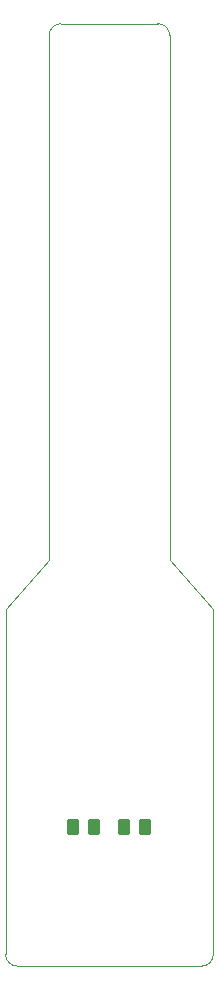
<source format=gbr>
%TF.GenerationSoftware,KiCad,Pcbnew,6.0.2-378541a8eb~116~ubuntu20.04.1*%
%TF.CreationDate,2022-02-19T19:42:58-08:00*%
%TF.ProjectId,menorah555_shamash,6d656e6f-7261-4683-9535-355f7368616d,B*%
%TF.SameCoordinates,Original*%
%TF.FileFunction,Paste,Bot*%
%TF.FilePolarity,Positive*%
%FSLAX46Y46*%
G04 Gerber Fmt 4.6, Leading zero omitted, Abs format (unit mm)*
G04 Created by KiCad (PCBNEW 6.0.2-378541a8eb~116~ubuntu20.04.1) date 2022-02-19 19:42:58*
%MOMM*%
%LPD*%
G01*
G04 APERTURE LIST*
G04 Aperture macros list*
%AMRoundRect*
0 Rectangle with rounded corners*
0 $1 Rounding radius*
0 $2 $3 $4 $5 $6 $7 $8 $9 X,Y pos of 4 corners*
0 Add a 4 corners polygon primitive as box body*
4,1,4,$2,$3,$4,$5,$6,$7,$8,$9,$2,$3,0*
0 Add four circle primitives for the rounded corners*
1,1,$1+$1,$2,$3*
1,1,$1+$1,$4,$5*
1,1,$1+$1,$6,$7*
1,1,$1+$1,$8,$9*
0 Add four rect primitives between the rounded corners*
20,1,$1+$1,$2,$3,$4,$5,0*
20,1,$1+$1,$4,$5,$6,$7,0*
20,1,$1+$1,$6,$7,$8,$9,0*
20,1,$1+$1,$8,$9,$2,$3,0*%
G04 Aperture macros list end*
%TA.AperFunction,Profile*%
%ADD10C,0.050000*%
%TD*%
%ADD11RoundRect,0.250000X0.262500X0.450000X-0.262500X0.450000X-0.262500X-0.450000X0.262500X-0.450000X0*%
%ADD12RoundRect,0.250000X-0.262500X-0.450000X0.262500X-0.450000X0.262500X0.450000X-0.262500X0.450000X0*%
G04 APERTURE END LIST*
D10*
X110100000Y-64800000D02*
X118300000Y-64800000D01*
X119300000Y-110200000D02*
X123000000Y-114400000D01*
X109100000Y-110200000D02*
X105400000Y-114400000D01*
X109100000Y-65800000D02*
X109100000Y-110200000D01*
X110100000Y-64800000D02*
G75*
G03*
X109100000Y-65800000I-1J-999999D01*
G01*
X105400000Y-114400000D02*
X105400000Y-143600000D01*
X123000000Y-114400000D02*
X123000000Y-143600000D01*
X119300000Y-65800000D02*
X119300000Y-110200000D01*
X119300000Y-65800000D02*
G75*
G03*
X118300000Y-64800000I-999999J1D01*
G01*
X122000000Y-144600000D02*
G75*
G03*
X123000000Y-143600000I1J999999D01*
G01*
X106400000Y-144600000D02*
X122000000Y-144600000D01*
X105400000Y-143600000D02*
G75*
G03*
X106400000Y-144600000I999999J-1D01*
G01*
D11*
%TO.C,R30*%
X117225000Y-132800000D03*
X115400000Y-132800000D03*
%TD*%
D12*
%TO.C,R31*%
X111087500Y-132800000D03*
X112912500Y-132800000D03*
%TD*%
M02*

</source>
